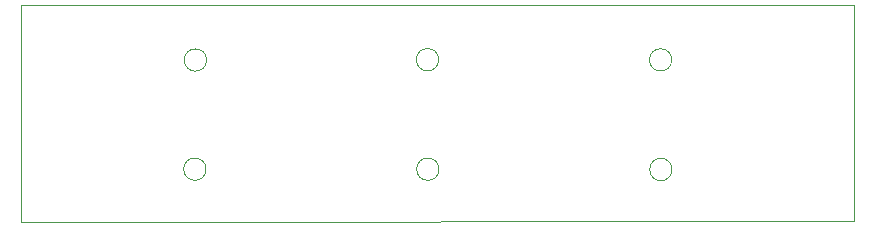
<source format=gbr>
G04 #@! TF.GenerationSoftware,KiCad,Pcbnew,5.1.4+dfsg1-1*
G04 #@! TF.CreationDate,2020-04-10T18:02:35-04:00*
G04 #@! TF.ProjectId,LilMix,4c696c4d-6978-42e6-9b69-6361645f7063,rev?*
G04 #@! TF.SameCoordinates,Original*
G04 #@! TF.FileFunction,Profile,NP*
%FSLAX46Y46*%
G04 Gerber Fmt 4.6, Leading zero omitted, Abs format (unit mm)*
G04 Created by KiCad (PCBNEW 5.1.4+dfsg1-1) date 2020-04-10 18:02:35*
%MOMM*%
%LPD*%
G04 APERTURE LIST*
%ADD10C,0.050000*%
G04 APERTURE END LIST*
D10*
X142183398Y-123203398D02*
G75*
G03X142183398Y-123203398I-943398J0D01*
G01*
X122473398Y-132460000D02*
G75*
G03X122473398Y-132460000I-943398J0D01*
G01*
X87100000Y-136953000D02*
X157582000Y-136878000D01*
X87100000Y-118570000D02*
X157580000Y-118570000D01*
X87100000Y-118570000D02*
X87100000Y-136953000D01*
X102748398Y-132460000D02*
G75*
G03X102748398Y-132460000I-943398J0D01*
G01*
X122448398Y-123185000D02*
G75*
G03X122448398Y-123185000I-943398J0D01*
G01*
X142205000Y-132485000D02*
G75*
G03X142205000Y-132485000I-943398J0D01*
G01*
X102798398Y-123216602D02*
G75*
G03X102798398Y-123216602I-943398J0D01*
G01*
X157582000Y-136878000D02*
X157580000Y-118570000D01*
M02*

</source>
